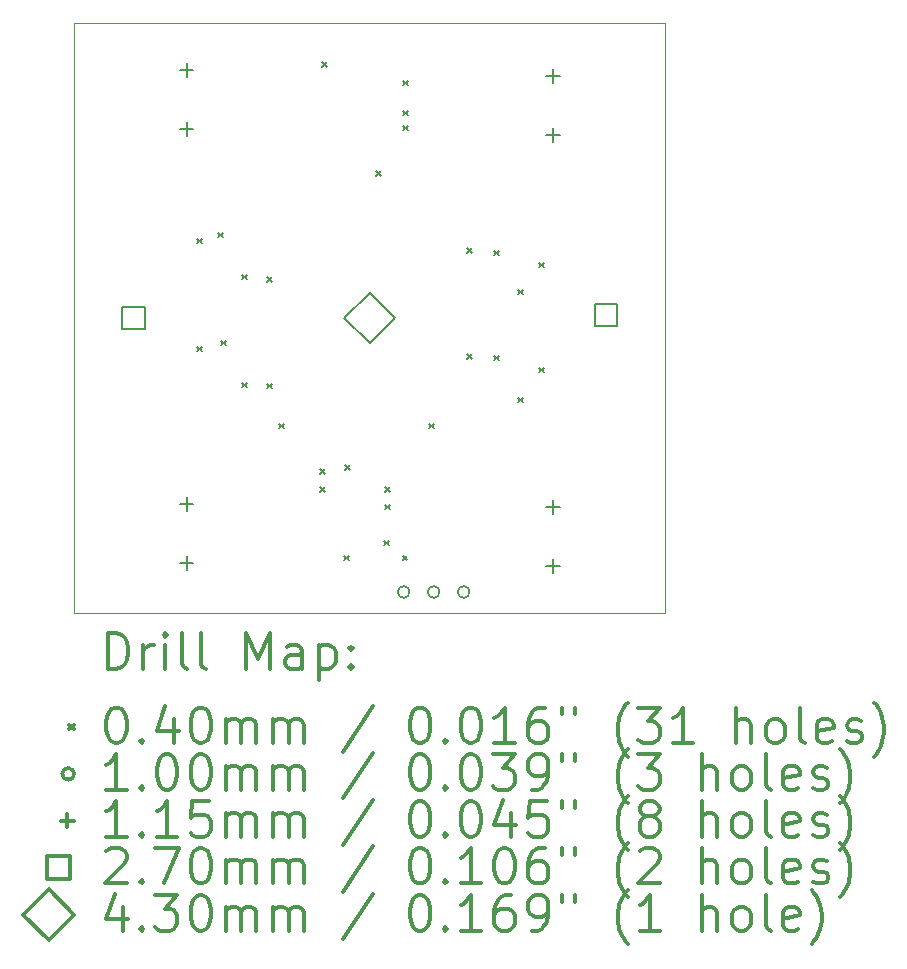
<source format=gbr>
%FSLAX45Y45*%
G04 Gerber Fmt 4.5, Leading zero omitted, Abs format (unit mm)*
G04 Created by KiCad (PCBNEW (5.1.9)-1) date 2021-06-03 13:52:21*
%MOMM*%
%LPD*%
G01*
G04 APERTURE LIST*
%TA.AperFunction,Profile*%
%ADD10C,0.050000*%
%TD*%
%ADD11C,0.200000*%
%ADD12C,0.300000*%
G04 APERTURE END LIST*
D10*
X7500000Y-7500000D02*
X7500000Y-12500000D01*
X12500000Y-7500000D02*
X7500000Y-7500000D01*
X12500000Y-12500000D02*
X12500000Y-7500000D01*
X7500000Y-12500000D02*
X12500000Y-12500000D01*
D11*
X8539800Y-9327000D02*
X8579800Y-9367000D01*
X8579800Y-9327000D02*
X8539800Y-9367000D01*
X8539800Y-10241400D02*
X8579800Y-10281400D01*
X8579800Y-10241400D02*
X8539800Y-10281400D01*
X8717600Y-9276400D02*
X8757600Y-9316400D01*
X8757600Y-9276400D02*
X8717600Y-9316400D01*
X8743000Y-10190800D02*
X8783000Y-10230800D01*
X8783000Y-10190800D02*
X8743000Y-10230800D01*
X8920800Y-9632000D02*
X8960800Y-9672000D01*
X8960800Y-9632000D02*
X8920800Y-9672000D01*
X8920800Y-10546400D02*
X8960800Y-10586400D01*
X8960800Y-10546400D02*
X8920800Y-10586400D01*
X9132500Y-9655000D02*
X9172500Y-9695000D01*
X9172500Y-9655000D02*
X9132500Y-9695000D01*
X9132500Y-10555000D02*
X9172500Y-10595000D01*
X9172500Y-10555000D02*
X9132500Y-10595000D01*
X9234999Y-10892501D02*
X9274999Y-10932501D01*
X9274999Y-10892501D02*
X9234999Y-10932501D01*
X9580000Y-11280000D02*
X9620000Y-11320000D01*
X9620000Y-11280000D02*
X9580000Y-11320000D01*
X9580000Y-11430000D02*
X9620000Y-11470000D01*
X9620000Y-11430000D02*
X9580000Y-11470000D01*
X9596250Y-7830000D02*
X9636250Y-7870000D01*
X9636250Y-7830000D02*
X9596250Y-7870000D01*
X9782500Y-12011000D02*
X9822500Y-12051000D01*
X9822500Y-12011000D02*
X9782500Y-12051000D01*
X9788754Y-11242746D02*
X9828754Y-11282746D01*
X9828754Y-11242746D02*
X9788754Y-11282746D01*
X10052800Y-8757400D02*
X10092800Y-8797400D01*
X10092800Y-8757400D02*
X10052800Y-8797400D01*
X10123200Y-11884000D02*
X10163200Y-11924000D01*
X10163200Y-11884000D02*
X10123200Y-11924000D01*
X10130000Y-11430000D02*
X10170000Y-11470000D01*
X10170000Y-11430000D02*
X10130000Y-11470000D01*
X10130000Y-11580000D02*
X10170000Y-11620000D01*
X10170000Y-11580000D02*
X10130000Y-11620000D01*
X10277500Y-12011000D02*
X10317500Y-12051000D01*
X10317500Y-12011000D02*
X10277500Y-12051000D01*
X10282500Y-7989500D02*
X10322500Y-8029500D01*
X10322500Y-7989500D02*
X10282500Y-8029500D01*
X10282500Y-8243500D02*
X10322500Y-8283500D01*
X10322500Y-8243500D02*
X10282500Y-8283500D01*
X10282500Y-8370500D02*
X10322500Y-8410500D01*
X10322500Y-8370500D02*
X10282500Y-8410500D01*
X10503000Y-10892501D02*
X10543000Y-10932501D01*
X10543000Y-10892501D02*
X10503000Y-10932501D01*
X10827500Y-9405000D02*
X10867500Y-9445000D01*
X10867500Y-9405000D02*
X10827500Y-9445000D01*
X10827500Y-10305000D02*
X10867500Y-10345000D01*
X10867500Y-10305000D02*
X10827500Y-10345000D01*
X11054400Y-9428800D02*
X11094400Y-9468800D01*
X11094400Y-9428800D02*
X11054400Y-9468800D01*
X11054400Y-10317800D02*
X11094400Y-10357800D01*
X11094400Y-10317800D02*
X11054400Y-10357800D01*
X11257600Y-9759000D02*
X11297600Y-9799000D01*
X11297600Y-9759000D02*
X11257600Y-9799000D01*
X11257600Y-10673400D02*
X11297600Y-10713400D01*
X11297600Y-10673400D02*
X11257600Y-10713400D01*
X11435400Y-9530200D02*
X11475400Y-9570200D01*
X11475400Y-9530200D02*
X11435400Y-9570200D01*
X11435400Y-10419200D02*
X11475400Y-10459200D01*
X11475400Y-10419200D02*
X11435400Y-10459200D01*
X10337000Y-12319000D02*
G75*
G03*
X10337000Y-12319000I-50000J0D01*
G01*
X10591000Y-12319000D02*
G75*
G03*
X10591000Y-12319000I-50000J0D01*
G01*
X10845000Y-12319000D02*
G75*
G03*
X10845000Y-12319000I-50000J0D01*
G01*
X8450000Y-7842500D02*
X8450000Y-7957500D01*
X8392500Y-7900000D02*
X8507500Y-7900000D01*
X8450000Y-8342500D02*
X8450000Y-8457500D01*
X8392500Y-8400000D02*
X8507500Y-8400000D01*
X8450000Y-11517500D02*
X8450000Y-11632500D01*
X8392500Y-11575000D02*
X8507500Y-11575000D01*
X8450000Y-12017500D02*
X8450000Y-12132500D01*
X8392500Y-12075000D02*
X8507500Y-12075000D01*
X11550000Y-7892500D02*
X11550000Y-8007500D01*
X11492500Y-7950000D02*
X11607500Y-7950000D01*
X11550000Y-8392500D02*
X11550000Y-8507500D01*
X11492500Y-8450000D02*
X11607500Y-8450000D01*
X11550000Y-11542500D02*
X11550000Y-11657500D01*
X11492500Y-11600000D02*
X11607500Y-11600000D01*
X11550000Y-12042500D02*
X11550000Y-12157500D01*
X11492500Y-12100000D02*
X11607500Y-12100000D01*
X8095460Y-10095460D02*
X8095460Y-9904540D01*
X7904540Y-9904540D01*
X7904540Y-10095460D01*
X8095460Y-10095460D01*
X12095460Y-10070460D02*
X12095460Y-9879540D01*
X11904540Y-9879540D01*
X11904540Y-10070460D01*
X12095460Y-10070460D01*
X10000000Y-10215000D02*
X10215000Y-10000000D01*
X10000000Y-9785000D01*
X9785000Y-10000000D01*
X10000000Y-10215000D01*
D12*
X7783928Y-12968214D02*
X7783928Y-12668214D01*
X7855357Y-12668214D01*
X7898214Y-12682500D01*
X7926786Y-12711071D01*
X7941071Y-12739643D01*
X7955357Y-12796786D01*
X7955357Y-12839643D01*
X7941071Y-12896786D01*
X7926786Y-12925357D01*
X7898214Y-12953929D01*
X7855357Y-12968214D01*
X7783928Y-12968214D01*
X8083928Y-12968214D02*
X8083928Y-12768214D01*
X8083928Y-12825357D02*
X8098214Y-12796786D01*
X8112500Y-12782500D01*
X8141071Y-12768214D01*
X8169643Y-12768214D01*
X8269643Y-12968214D02*
X8269643Y-12768214D01*
X8269643Y-12668214D02*
X8255357Y-12682500D01*
X8269643Y-12696786D01*
X8283928Y-12682500D01*
X8269643Y-12668214D01*
X8269643Y-12696786D01*
X8455357Y-12968214D02*
X8426786Y-12953929D01*
X8412500Y-12925357D01*
X8412500Y-12668214D01*
X8612500Y-12968214D02*
X8583928Y-12953929D01*
X8569643Y-12925357D01*
X8569643Y-12668214D01*
X8955357Y-12968214D02*
X8955357Y-12668214D01*
X9055357Y-12882500D01*
X9155357Y-12668214D01*
X9155357Y-12968214D01*
X9426786Y-12968214D02*
X9426786Y-12811071D01*
X9412500Y-12782500D01*
X9383928Y-12768214D01*
X9326786Y-12768214D01*
X9298214Y-12782500D01*
X9426786Y-12953929D02*
X9398214Y-12968214D01*
X9326786Y-12968214D01*
X9298214Y-12953929D01*
X9283928Y-12925357D01*
X9283928Y-12896786D01*
X9298214Y-12868214D01*
X9326786Y-12853929D01*
X9398214Y-12853929D01*
X9426786Y-12839643D01*
X9569643Y-12768214D02*
X9569643Y-13068214D01*
X9569643Y-12782500D02*
X9598214Y-12768214D01*
X9655357Y-12768214D01*
X9683928Y-12782500D01*
X9698214Y-12796786D01*
X9712500Y-12825357D01*
X9712500Y-12911071D01*
X9698214Y-12939643D01*
X9683928Y-12953929D01*
X9655357Y-12968214D01*
X9598214Y-12968214D01*
X9569643Y-12953929D01*
X9841071Y-12939643D02*
X9855357Y-12953929D01*
X9841071Y-12968214D01*
X9826786Y-12953929D01*
X9841071Y-12939643D01*
X9841071Y-12968214D01*
X9841071Y-12782500D02*
X9855357Y-12796786D01*
X9841071Y-12811071D01*
X9826786Y-12796786D01*
X9841071Y-12782500D01*
X9841071Y-12811071D01*
X7457500Y-13442500D02*
X7497500Y-13482500D01*
X7497500Y-13442500D02*
X7457500Y-13482500D01*
X7841071Y-13298214D02*
X7869643Y-13298214D01*
X7898214Y-13312500D01*
X7912500Y-13326786D01*
X7926786Y-13355357D01*
X7941071Y-13412500D01*
X7941071Y-13483929D01*
X7926786Y-13541071D01*
X7912500Y-13569643D01*
X7898214Y-13583929D01*
X7869643Y-13598214D01*
X7841071Y-13598214D01*
X7812500Y-13583929D01*
X7798214Y-13569643D01*
X7783928Y-13541071D01*
X7769643Y-13483929D01*
X7769643Y-13412500D01*
X7783928Y-13355357D01*
X7798214Y-13326786D01*
X7812500Y-13312500D01*
X7841071Y-13298214D01*
X8069643Y-13569643D02*
X8083928Y-13583929D01*
X8069643Y-13598214D01*
X8055357Y-13583929D01*
X8069643Y-13569643D01*
X8069643Y-13598214D01*
X8341071Y-13398214D02*
X8341071Y-13598214D01*
X8269643Y-13283929D02*
X8198214Y-13498214D01*
X8383928Y-13498214D01*
X8555357Y-13298214D02*
X8583928Y-13298214D01*
X8612500Y-13312500D01*
X8626786Y-13326786D01*
X8641071Y-13355357D01*
X8655357Y-13412500D01*
X8655357Y-13483929D01*
X8641071Y-13541071D01*
X8626786Y-13569643D01*
X8612500Y-13583929D01*
X8583928Y-13598214D01*
X8555357Y-13598214D01*
X8526786Y-13583929D01*
X8512500Y-13569643D01*
X8498214Y-13541071D01*
X8483928Y-13483929D01*
X8483928Y-13412500D01*
X8498214Y-13355357D01*
X8512500Y-13326786D01*
X8526786Y-13312500D01*
X8555357Y-13298214D01*
X8783928Y-13598214D02*
X8783928Y-13398214D01*
X8783928Y-13426786D02*
X8798214Y-13412500D01*
X8826786Y-13398214D01*
X8869643Y-13398214D01*
X8898214Y-13412500D01*
X8912500Y-13441071D01*
X8912500Y-13598214D01*
X8912500Y-13441071D02*
X8926786Y-13412500D01*
X8955357Y-13398214D01*
X8998214Y-13398214D01*
X9026786Y-13412500D01*
X9041071Y-13441071D01*
X9041071Y-13598214D01*
X9183928Y-13598214D02*
X9183928Y-13398214D01*
X9183928Y-13426786D02*
X9198214Y-13412500D01*
X9226786Y-13398214D01*
X9269643Y-13398214D01*
X9298214Y-13412500D01*
X9312500Y-13441071D01*
X9312500Y-13598214D01*
X9312500Y-13441071D02*
X9326786Y-13412500D01*
X9355357Y-13398214D01*
X9398214Y-13398214D01*
X9426786Y-13412500D01*
X9441071Y-13441071D01*
X9441071Y-13598214D01*
X10026786Y-13283929D02*
X9769643Y-13669643D01*
X10412500Y-13298214D02*
X10441071Y-13298214D01*
X10469643Y-13312500D01*
X10483928Y-13326786D01*
X10498214Y-13355357D01*
X10512500Y-13412500D01*
X10512500Y-13483929D01*
X10498214Y-13541071D01*
X10483928Y-13569643D01*
X10469643Y-13583929D01*
X10441071Y-13598214D01*
X10412500Y-13598214D01*
X10383928Y-13583929D01*
X10369643Y-13569643D01*
X10355357Y-13541071D01*
X10341071Y-13483929D01*
X10341071Y-13412500D01*
X10355357Y-13355357D01*
X10369643Y-13326786D01*
X10383928Y-13312500D01*
X10412500Y-13298214D01*
X10641071Y-13569643D02*
X10655357Y-13583929D01*
X10641071Y-13598214D01*
X10626786Y-13583929D01*
X10641071Y-13569643D01*
X10641071Y-13598214D01*
X10841071Y-13298214D02*
X10869643Y-13298214D01*
X10898214Y-13312500D01*
X10912500Y-13326786D01*
X10926786Y-13355357D01*
X10941071Y-13412500D01*
X10941071Y-13483929D01*
X10926786Y-13541071D01*
X10912500Y-13569643D01*
X10898214Y-13583929D01*
X10869643Y-13598214D01*
X10841071Y-13598214D01*
X10812500Y-13583929D01*
X10798214Y-13569643D01*
X10783928Y-13541071D01*
X10769643Y-13483929D01*
X10769643Y-13412500D01*
X10783928Y-13355357D01*
X10798214Y-13326786D01*
X10812500Y-13312500D01*
X10841071Y-13298214D01*
X11226786Y-13598214D02*
X11055357Y-13598214D01*
X11141071Y-13598214D02*
X11141071Y-13298214D01*
X11112500Y-13341071D01*
X11083928Y-13369643D01*
X11055357Y-13383929D01*
X11483928Y-13298214D02*
X11426786Y-13298214D01*
X11398214Y-13312500D01*
X11383928Y-13326786D01*
X11355357Y-13369643D01*
X11341071Y-13426786D01*
X11341071Y-13541071D01*
X11355357Y-13569643D01*
X11369643Y-13583929D01*
X11398214Y-13598214D01*
X11455357Y-13598214D01*
X11483928Y-13583929D01*
X11498214Y-13569643D01*
X11512500Y-13541071D01*
X11512500Y-13469643D01*
X11498214Y-13441071D01*
X11483928Y-13426786D01*
X11455357Y-13412500D01*
X11398214Y-13412500D01*
X11369643Y-13426786D01*
X11355357Y-13441071D01*
X11341071Y-13469643D01*
X11626786Y-13298214D02*
X11626786Y-13355357D01*
X11741071Y-13298214D02*
X11741071Y-13355357D01*
X12183928Y-13712500D02*
X12169643Y-13698214D01*
X12141071Y-13655357D01*
X12126786Y-13626786D01*
X12112500Y-13583929D01*
X12098214Y-13512500D01*
X12098214Y-13455357D01*
X12112500Y-13383929D01*
X12126786Y-13341071D01*
X12141071Y-13312500D01*
X12169643Y-13269643D01*
X12183928Y-13255357D01*
X12269643Y-13298214D02*
X12455357Y-13298214D01*
X12355357Y-13412500D01*
X12398214Y-13412500D01*
X12426786Y-13426786D01*
X12441071Y-13441071D01*
X12455357Y-13469643D01*
X12455357Y-13541071D01*
X12441071Y-13569643D01*
X12426786Y-13583929D01*
X12398214Y-13598214D01*
X12312500Y-13598214D01*
X12283928Y-13583929D01*
X12269643Y-13569643D01*
X12741071Y-13598214D02*
X12569643Y-13598214D01*
X12655357Y-13598214D02*
X12655357Y-13298214D01*
X12626786Y-13341071D01*
X12598214Y-13369643D01*
X12569643Y-13383929D01*
X13098214Y-13598214D02*
X13098214Y-13298214D01*
X13226786Y-13598214D02*
X13226786Y-13441071D01*
X13212500Y-13412500D01*
X13183928Y-13398214D01*
X13141071Y-13398214D01*
X13112500Y-13412500D01*
X13098214Y-13426786D01*
X13412500Y-13598214D02*
X13383928Y-13583929D01*
X13369643Y-13569643D01*
X13355357Y-13541071D01*
X13355357Y-13455357D01*
X13369643Y-13426786D01*
X13383928Y-13412500D01*
X13412500Y-13398214D01*
X13455357Y-13398214D01*
X13483928Y-13412500D01*
X13498214Y-13426786D01*
X13512500Y-13455357D01*
X13512500Y-13541071D01*
X13498214Y-13569643D01*
X13483928Y-13583929D01*
X13455357Y-13598214D01*
X13412500Y-13598214D01*
X13683928Y-13598214D02*
X13655357Y-13583929D01*
X13641071Y-13555357D01*
X13641071Y-13298214D01*
X13912500Y-13583929D02*
X13883928Y-13598214D01*
X13826786Y-13598214D01*
X13798214Y-13583929D01*
X13783928Y-13555357D01*
X13783928Y-13441071D01*
X13798214Y-13412500D01*
X13826786Y-13398214D01*
X13883928Y-13398214D01*
X13912500Y-13412500D01*
X13926786Y-13441071D01*
X13926786Y-13469643D01*
X13783928Y-13498214D01*
X14041071Y-13583929D02*
X14069643Y-13598214D01*
X14126786Y-13598214D01*
X14155357Y-13583929D01*
X14169643Y-13555357D01*
X14169643Y-13541071D01*
X14155357Y-13512500D01*
X14126786Y-13498214D01*
X14083928Y-13498214D01*
X14055357Y-13483929D01*
X14041071Y-13455357D01*
X14041071Y-13441071D01*
X14055357Y-13412500D01*
X14083928Y-13398214D01*
X14126786Y-13398214D01*
X14155357Y-13412500D01*
X14269643Y-13712500D02*
X14283928Y-13698214D01*
X14312500Y-13655357D01*
X14326786Y-13626786D01*
X14341071Y-13583929D01*
X14355357Y-13512500D01*
X14355357Y-13455357D01*
X14341071Y-13383929D01*
X14326786Y-13341071D01*
X14312500Y-13312500D01*
X14283928Y-13269643D01*
X14269643Y-13255357D01*
X7497500Y-13858500D02*
G75*
G03*
X7497500Y-13858500I-50000J0D01*
G01*
X7941071Y-13994214D02*
X7769643Y-13994214D01*
X7855357Y-13994214D02*
X7855357Y-13694214D01*
X7826786Y-13737071D01*
X7798214Y-13765643D01*
X7769643Y-13779929D01*
X8069643Y-13965643D02*
X8083928Y-13979929D01*
X8069643Y-13994214D01*
X8055357Y-13979929D01*
X8069643Y-13965643D01*
X8069643Y-13994214D01*
X8269643Y-13694214D02*
X8298214Y-13694214D01*
X8326786Y-13708500D01*
X8341071Y-13722786D01*
X8355357Y-13751357D01*
X8369643Y-13808500D01*
X8369643Y-13879929D01*
X8355357Y-13937071D01*
X8341071Y-13965643D01*
X8326786Y-13979929D01*
X8298214Y-13994214D01*
X8269643Y-13994214D01*
X8241071Y-13979929D01*
X8226786Y-13965643D01*
X8212500Y-13937071D01*
X8198214Y-13879929D01*
X8198214Y-13808500D01*
X8212500Y-13751357D01*
X8226786Y-13722786D01*
X8241071Y-13708500D01*
X8269643Y-13694214D01*
X8555357Y-13694214D02*
X8583928Y-13694214D01*
X8612500Y-13708500D01*
X8626786Y-13722786D01*
X8641071Y-13751357D01*
X8655357Y-13808500D01*
X8655357Y-13879929D01*
X8641071Y-13937071D01*
X8626786Y-13965643D01*
X8612500Y-13979929D01*
X8583928Y-13994214D01*
X8555357Y-13994214D01*
X8526786Y-13979929D01*
X8512500Y-13965643D01*
X8498214Y-13937071D01*
X8483928Y-13879929D01*
X8483928Y-13808500D01*
X8498214Y-13751357D01*
X8512500Y-13722786D01*
X8526786Y-13708500D01*
X8555357Y-13694214D01*
X8783928Y-13994214D02*
X8783928Y-13794214D01*
X8783928Y-13822786D02*
X8798214Y-13808500D01*
X8826786Y-13794214D01*
X8869643Y-13794214D01*
X8898214Y-13808500D01*
X8912500Y-13837071D01*
X8912500Y-13994214D01*
X8912500Y-13837071D02*
X8926786Y-13808500D01*
X8955357Y-13794214D01*
X8998214Y-13794214D01*
X9026786Y-13808500D01*
X9041071Y-13837071D01*
X9041071Y-13994214D01*
X9183928Y-13994214D02*
X9183928Y-13794214D01*
X9183928Y-13822786D02*
X9198214Y-13808500D01*
X9226786Y-13794214D01*
X9269643Y-13794214D01*
X9298214Y-13808500D01*
X9312500Y-13837071D01*
X9312500Y-13994214D01*
X9312500Y-13837071D02*
X9326786Y-13808500D01*
X9355357Y-13794214D01*
X9398214Y-13794214D01*
X9426786Y-13808500D01*
X9441071Y-13837071D01*
X9441071Y-13994214D01*
X10026786Y-13679929D02*
X9769643Y-14065643D01*
X10412500Y-13694214D02*
X10441071Y-13694214D01*
X10469643Y-13708500D01*
X10483928Y-13722786D01*
X10498214Y-13751357D01*
X10512500Y-13808500D01*
X10512500Y-13879929D01*
X10498214Y-13937071D01*
X10483928Y-13965643D01*
X10469643Y-13979929D01*
X10441071Y-13994214D01*
X10412500Y-13994214D01*
X10383928Y-13979929D01*
X10369643Y-13965643D01*
X10355357Y-13937071D01*
X10341071Y-13879929D01*
X10341071Y-13808500D01*
X10355357Y-13751357D01*
X10369643Y-13722786D01*
X10383928Y-13708500D01*
X10412500Y-13694214D01*
X10641071Y-13965643D02*
X10655357Y-13979929D01*
X10641071Y-13994214D01*
X10626786Y-13979929D01*
X10641071Y-13965643D01*
X10641071Y-13994214D01*
X10841071Y-13694214D02*
X10869643Y-13694214D01*
X10898214Y-13708500D01*
X10912500Y-13722786D01*
X10926786Y-13751357D01*
X10941071Y-13808500D01*
X10941071Y-13879929D01*
X10926786Y-13937071D01*
X10912500Y-13965643D01*
X10898214Y-13979929D01*
X10869643Y-13994214D01*
X10841071Y-13994214D01*
X10812500Y-13979929D01*
X10798214Y-13965643D01*
X10783928Y-13937071D01*
X10769643Y-13879929D01*
X10769643Y-13808500D01*
X10783928Y-13751357D01*
X10798214Y-13722786D01*
X10812500Y-13708500D01*
X10841071Y-13694214D01*
X11041071Y-13694214D02*
X11226786Y-13694214D01*
X11126786Y-13808500D01*
X11169643Y-13808500D01*
X11198214Y-13822786D01*
X11212500Y-13837071D01*
X11226786Y-13865643D01*
X11226786Y-13937071D01*
X11212500Y-13965643D01*
X11198214Y-13979929D01*
X11169643Y-13994214D01*
X11083928Y-13994214D01*
X11055357Y-13979929D01*
X11041071Y-13965643D01*
X11369643Y-13994214D02*
X11426786Y-13994214D01*
X11455357Y-13979929D01*
X11469643Y-13965643D01*
X11498214Y-13922786D01*
X11512500Y-13865643D01*
X11512500Y-13751357D01*
X11498214Y-13722786D01*
X11483928Y-13708500D01*
X11455357Y-13694214D01*
X11398214Y-13694214D01*
X11369643Y-13708500D01*
X11355357Y-13722786D01*
X11341071Y-13751357D01*
X11341071Y-13822786D01*
X11355357Y-13851357D01*
X11369643Y-13865643D01*
X11398214Y-13879929D01*
X11455357Y-13879929D01*
X11483928Y-13865643D01*
X11498214Y-13851357D01*
X11512500Y-13822786D01*
X11626786Y-13694214D02*
X11626786Y-13751357D01*
X11741071Y-13694214D02*
X11741071Y-13751357D01*
X12183928Y-14108500D02*
X12169643Y-14094214D01*
X12141071Y-14051357D01*
X12126786Y-14022786D01*
X12112500Y-13979929D01*
X12098214Y-13908500D01*
X12098214Y-13851357D01*
X12112500Y-13779929D01*
X12126786Y-13737071D01*
X12141071Y-13708500D01*
X12169643Y-13665643D01*
X12183928Y-13651357D01*
X12269643Y-13694214D02*
X12455357Y-13694214D01*
X12355357Y-13808500D01*
X12398214Y-13808500D01*
X12426786Y-13822786D01*
X12441071Y-13837071D01*
X12455357Y-13865643D01*
X12455357Y-13937071D01*
X12441071Y-13965643D01*
X12426786Y-13979929D01*
X12398214Y-13994214D01*
X12312500Y-13994214D01*
X12283928Y-13979929D01*
X12269643Y-13965643D01*
X12812500Y-13994214D02*
X12812500Y-13694214D01*
X12941071Y-13994214D02*
X12941071Y-13837071D01*
X12926786Y-13808500D01*
X12898214Y-13794214D01*
X12855357Y-13794214D01*
X12826786Y-13808500D01*
X12812500Y-13822786D01*
X13126786Y-13994214D02*
X13098214Y-13979929D01*
X13083928Y-13965643D01*
X13069643Y-13937071D01*
X13069643Y-13851357D01*
X13083928Y-13822786D01*
X13098214Y-13808500D01*
X13126786Y-13794214D01*
X13169643Y-13794214D01*
X13198214Y-13808500D01*
X13212500Y-13822786D01*
X13226786Y-13851357D01*
X13226786Y-13937071D01*
X13212500Y-13965643D01*
X13198214Y-13979929D01*
X13169643Y-13994214D01*
X13126786Y-13994214D01*
X13398214Y-13994214D02*
X13369643Y-13979929D01*
X13355357Y-13951357D01*
X13355357Y-13694214D01*
X13626786Y-13979929D02*
X13598214Y-13994214D01*
X13541071Y-13994214D01*
X13512500Y-13979929D01*
X13498214Y-13951357D01*
X13498214Y-13837071D01*
X13512500Y-13808500D01*
X13541071Y-13794214D01*
X13598214Y-13794214D01*
X13626786Y-13808500D01*
X13641071Y-13837071D01*
X13641071Y-13865643D01*
X13498214Y-13894214D01*
X13755357Y-13979929D02*
X13783928Y-13994214D01*
X13841071Y-13994214D01*
X13869643Y-13979929D01*
X13883928Y-13951357D01*
X13883928Y-13937071D01*
X13869643Y-13908500D01*
X13841071Y-13894214D01*
X13798214Y-13894214D01*
X13769643Y-13879929D01*
X13755357Y-13851357D01*
X13755357Y-13837071D01*
X13769643Y-13808500D01*
X13798214Y-13794214D01*
X13841071Y-13794214D01*
X13869643Y-13808500D01*
X13983928Y-14108500D02*
X13998214Y-14094214D01*
X14026786Y-14051357D01*
X14041071Y-14022786D01*
X14055357Y-13979929D01*
X14069643Y-13908500D01*
X14069643Y-13851357D01*
X14055357Y-13779929D01*
X14041071Y-13737071D01*
X14026786Y-13708500D01*
X13998214Y-13665643D01*
X13983928Y-13651357D01*
X7440000Y-14197000D02*
X7440000Y-14312000D01*
X7382500Y-14254500D02*
X7497500Y-14254500D01*
X7941071Y-14390214D02*
X7769643Y-14390214D01*
X7855357Y-14390214D02*
X7855357Y-14090214D01*
X7826786Y-14133071D01*
X7798214Y-14161643D01*
X7769643Y-14175929D01*
X8069643Y-14361643D02*
X8083928Y-14375929D01*
X8069643Y-14390214D01*
X8055357Y-14375929D01*
X8069643Y-14361643D01*
X8069643Y-14390214D01*
X8369643Y-14390214D02*
X8198214Y-14390214D01*
X8283928Y-14390214D02*
X8283928Y-14090214D01*
X8255357Y-14133071D01*
X8226786Y-14161643D01*
X8198214Y-14175929D01*
X8641071Y-14090214D02*
X8498214Y-14090214D01*
X8483928Y-14233071D01*
X8498214Y-14218786D01*
X8526786Y-14204500D01*
X8598214Y-14204500D01*
X8626786Y-14218786D01*
X8641071Y-14233071D01*
X8655357Y-14261643D01*
X8655357Y-14333071D01*
X8641071Y-14361643D01*
X8626786Y-14375929D01*
X8598214Y-14390214D01*
X8526786Y-14390214D01*
X8498214Y-14375929D01*
X8483928Y-14361643D01*
X8783928Y-14390214D02*
X8783928Y-14190214D01*
X8783928Y-14218786D02*
X8798214Y-14204500D01*
X8826786Y-14190214D01*
X8869643Y-14190214D01*
X8898214Y-14204500D01*
X8912500Y-14233071D01*
X8912500Y-14390214D01*
X8912500Y-14233071D02*
X8926786Y-14204500D01*
X8955357Y-14190214D01*
X8998214Y-14190214D01*
X9026786Y-14204500D01*
X9041071Y-14233071D01*
X9041071Y-14390214D01*
X9183928Y-14390214D02*
X9183928Y-14190214D01*
X9183928Y-14218786D02*
X9198214Y-14204500D01*
X9226786Y-14190214D01*
X9269643Y-14190214D01*
X9298214Y-14204500D01*
X9312500Y-14233071D01*
X9312500Y-14390214D01*
X9312500Y-14233071D02*
X9326786Y-14204500D01*
X9355357Y-14190214D01*
X9398214Y-14190214D01*
X9426786Y-14204500D01*
X9441071Y-14233071D01*
X9441071Y-14390214D01*
X10026786Y-14075929D02*
X9769643Y-14461643D01*
X10412500Y-14090214D02*
X10441071Y-14090214D01*
X10469643Y-14104500D01*
X10483928Y-14118786D01*
X10498214Y-14147357D01*
X10512500Y-14204500D01*
X10512500Y-14275929D01*
X10498214Y-14333071D01*
X10483928Y-14361643D01*
X10469643Y-14375929D01*
X10441071Y-14390214D01*
X10412500Y-14390214D01*
X10383928Y-14375929D01*
X10369643Y-14361643D01*
X10355357Y-14333071D01*
X10341071Y-14275929D01*
X10341071Y-14204500D01*
X10355357Y-14147357D01*
X10369643Y-14118786D01*
X10383928Y-14104500D01*
X10412500Y-14090214D01*
X10641071Y-14361643D02*
X10655357Y-14375929D01*
X10641071Y-14390214D01*
X10626786Y-14375929D01*
X10641071Y-14361643D01*
X10641071Y-14390214D01*
X10841071Y-14090214D02*
X10869643Y-14090214D01*
X10898214Y-14104500D01*
X10912500Y-14118786D01*
X10926786Y-14147357D01*
X10941071Y-14204500D01*
X10941071Y-14275929D01*
X10926786Y-14333071D01*
X10912500Y-14361643D01*
X10898214Y-14375929D01*
X10869643Y-14390214D01*
X10841071Y-14390214D01*
X10812500Y-14375929D01*
X10798214Y-14361643D01*
X10783928Y-14333071D01*
X10769643Y-14275929D01*
X10769643Y-14204500D01*
X10783928Y-14147357D01*
X10798214Y-14118786D01*
X10812500Y-14104500D01*
X10841071Y-14090214D01*
X11198214Y-14190214D02*
X11198214Y-14390214D01*
X11126786Y-14075929D02*
X11055357Y-14290214D01*
X11241071Y-14290214D01*
X11498214Y-14090214D02*
X11355357Y-14090214D01*
X11341071Y-14233071D01*
X11355357Y-14218786D01*
X11383928Y-14204500D01*
X11455357Y-14204500D01*
X11483928Y-14218786D01*
X11498214Y-14233071D01*
X11512500Y-14261643D01*
X11512500Y-14333071D01*
X11498214Y-14361643D01*
X11483928Y-14375929D01*
X11455357Y-14390214D01*
X11383928Y-14390214D01*
X11355357Y-14375929D01*
X11341071Y-14361643D01*
X11626786Y-14090214D02*
X11626786Y-14147357D01*
X11741071Y-14090214D02*
X11741071Y-14147357D01*
X12183928Y-14504500D02*
X12169643Y-14490214D01*
X12141071Y-14447357D01*
X12126786Y-14418786D01*
X12112500Y-14375929D01*
X12098214Y-14304500D01*
X12098214Y-14247357D01*
X12112500Y-14175929D01*
X12126786Y-14133071D01*
X12141071Y-14104500D01*
X12169643Y-14061643D01*
X12183928Y-14047357D01*
X12341071Y-14218786D02*
X12312500Y-14204500D01*
X12298214Y-14190214D01*
X12283928Y-14161643D01*
X12283928Y-14147357D01*
X12298214Y-14118786D01*
X12312500Y-14104500D01*
X12341071Y-14090214D01*
X12398214Y-14090214D01*
X12426786Y-14104500D01*
X12441071Y-14118786D01*
X12455357Y-14147357D01*
X12455357Y-14161643D01*
X12441071Y-14190214D01*
X12426786Y-14204500D01*
X12398214Y-14218786D01*
X12341071Y-14218786D01*
X12312500Y-14233071D01*
X12298214Y-14247357D01*
X12283928Y-14275929D01*
X12283928Y-14333071D01*
X12298214Y-14361643D01*
X12312500Y-14375929D01*
X12341071Y-14390214D01*
X12398214Y-14390214D01*
X12426786Y-14375929D01*
X12441071Y-14361643D01*
X12455357Y-14333071D01*
X12455357Y-14275929D01*
X12441071Y-14247357D01*
X12426786Y-14233071D01*
X12398214Y-14218786D01*
X12812500Y-14390214D02*
X12812500Y-14090214D01*
X12941071Y-14390214D02*
X12941071Y-14233071D01*
X12926786Y-14204500D01*
X12898214Y-14190214D01*
X12855357Y-14190214D01*
X12826786Y-14204500D01*
X12812500Y-14218786D01*
X13126786Y-14390214D02*
X13098214Y-14375929D01*
X13083928Y-14361643D01*
X13069643Y-14333071D01*
X13069643Y-14247357D01*
X13083928Y-14218786D01*
X13098214Y-14204500D01*
X13126786Y-14190214D01*
X13169643Y-14190214D01*
X13198214Y-14204500D01*
X13212500Y-14218786D01*
X13226786Y-14247357D01*
X13226786Y-14333071D01*
X13212500Y-14361643D01*
X13198214Y-14375929D01*
X13169643Y-14390214D01*
X13126786Y-14390214D01*
X13398214Y-14390214D02*
X13369643Y-14375929D01*
X13355357Y-14347357D01*
X13355357Y-14090214D01*
X13626786Y-14375929D02*
X13598214Y-14390214D01*
X13541071Y-14390214D01*
X13512500Y-14375929D01*
X13498214Y-14347357D01*
X13498214Y-14233071D01*
X13512500Y-14204500D01*
X13541071Y-14190214D01*
X13598214Y-14190214D01*
X13626786Y-14204500D01*
X13641071Y-14233071D01*
X13641071Y-14261643D01*
X13498214Y-14290214D01*
X13755357Y-14375929D02*
X13783928Y-14390214D01*
X13841071Y-14390214D01*
X13869643Y-14375929D01*
X13883928Y-14347357D01*
X13883928Y-14333071D01*
X13869643Y-14304500D01*
X13841071Y-14290214D01*
X13798214Y-14290214D01*
X13769643Y-14275929D01*
X13755357Y-14247357D01*
X13755357Y-14233071D01*
X13769643Y-14204500D01*
X13798214Y-14190214D01*
X13841071Y-14190214D01*
X13869643Y-14204500D01*
X13983928Y-14504500D02*
X13998214Y-14490214D01*
X14026786Y-14447357D01*
X14041071Y-14418786D01*
X14055357Y-14375929D01*
X14069643Y-14304500D01*
X14069643Y-14247357D01*
X14055357Y-14175929D01*
X14041071Y-14133071D01*
X14026786Y-14104500D01*
X13998214Y-14061643D01*
X13983928Y-14047357D01*
X7457960Y-14745960D02*
X7457960Y-14555040D01*
X7267040Y-14555040D01*
X7267040Y-14745960D01*
X7457960Y-14745960D01*
X7769643Y-14514786D02*
X7783928Y-14500500D01*
X7812500Y-14486214D01*
X7883928Y-14486214D01*
X7912500Y-14500500D01*
X7926786Y-14514786D01*
X7941071Y-14543357D01*
X7941071Y-14571929D01*
X7926786Y-14614786D01*
X7755357Y-14786214D01*
X7941071Y-14786214D01*
X8069643Y-14757643D02*
X8083928Y-14771929D01*
X8069643Y-14786214D01*
X8055357Y-14771929D01*
X8069643Y-14757643D01*
X8069643Y-14786214D01*
X8183928Y-14486214D02*
X8383928Y-14486214D01*
X8255357Y-14786214D01*
X8555357Y-14486214D02*
X8583928Y-14486214D01*
X8612500Y-14500500D01*
X8626786Y-14514786D01*
X8641071Y-14543357D01*
X8655357Y-14600500D01*
X8655357Y-14671929D01*
X8641071Y-14729071D01*
X8626786Y-14757643D01*
X8612500Y-14771929D01*
X8583928Y-14786214D01*
X8555357Y-14786214D01*
X8526786Y-14771929D01*
X8512500Y-14757643D01*
X8498214Y-14729071D01*
X8483928Y-14671929D01*
X8483928Y-14600500D01*
X8498214Y-14543357D01*
X8512500Y-14514786D01*
X8526786Y-14500500D01*
X8555357Y-14486214D01*
X8783928Y-14786214D02*
X8783928Y-14586214D01*
X8783928Y-14614786D02*
X8798214Y-14600500D01*
X8826786Y-14586214D01*
X8869643Y-14586214D01*
X8898214Y-14600500D01*
X8912500Y-14629071D01*
X8912500Y-14786214D01*
X8912500Y-14629071D02*
X8926786Y-14600500D01*
X8955357Y-14586214D01*
X8998214Y-14586214D01*
X9026786Y-14600500D01*
X9041071Y-14629071D01*
X9041071Y-14786214D01*
X9183928Y-14786214D02*
X9183928Y-14586214D01*
X9183928Y-14614786D02*
X9198214Y-14600500D01*
X9226786Y-14586214D01*
X9269643Y-14586214D01*
X9298214Y-14600500D01*
X9312500Y-14629071D01*
X9312500Y-14786214D01*
X9312500Y-14629071D02*
X9326786Y-14600500D01*
X9355357Y-14586214D01*
X9398214Y-14586214D01*
X9426786Y-14600500D01*
X9441071Y-14629071D01*
X9441071Y-14786214D01*
X10026786Y-14471929D02*
X9769643Y-14857643D01*
X10412500Y-14486214D02*
X10441071Y-14486214D01*
X10469643Y-14500500D01*
X10483928Y-14514786D01*
X10498214Y-14543357D01*
X10512500Y-14600500D01*
X10512500Y-14671929D01*
X10498214Y-14729071D01*
X10483928Y-14757643D01*
X10469643Y-14771929D01*
X10441071Y-14786214D01*
X10412500Y-14786214D01*
X10383928Y-14771929D01*
X10369643Y-14757643D01*
X10355357Y-14729071D01*
X10341071Y-14671929D01*
X10341071Y-14600500D01*
X10355357Y-14543357D01*
X10369643Y-14514786D01*
X10383928Y-14500500D01*
X10412500Y-14486214D01*
X10641071Y-14757643D02*
X10655357Y-14771929D01*
X10641071Y-14786214D01*
X10626786Y-14771929D01*
X10641071Y-14757643D01*
X10641071Y-14786214D01*
X10941071Y-14786214D02*
X10769643Y-14786214D01*
X10855357Y-14786214D02*
X10855357Y-14486214D01*
X10826786Y-14529071D01*
X10798214Y-14557643D01*
X10769643Y-14571929D01*
X11126786Y-14486214D02*
X11155357Y-14486214D01*
X11183928Y-14500500D01*
X11198214Y-14514786D01*
X11212500Y-14543357D01*
X11226786Y-14600500D01*
X11226786Y-14671929D01*
X11212500Y-14729071D01*
X11198214Y-14757643D01*
X11183928Y-14771929D01*
X11155357Y-14786214D01*
X11126786Y-14786214D01*
X11098214Y-14771929D01*
X11083928Y-14757643D01*
X11069643Y-14729071D01*
X11055357Y-14671929D01*
X11055357Y-14600500D01*
X11069643Y-14543357D01*
X11083928Y-14514786D01*
X11098214Y-14500500D01*
X11126786Y-14486214D01*
X11483928Y-14486214D02*
X11426786Y-14486214D01*
X11398214Y-14500500D01*
X11383928Y-14514786D01*
X11355357Y-14557643D01*
X11341071Y-14614786D01*
X11341071Y-14729071D01*
X11355357Y-14757643D01*
X11369643Y-14771929D01*
X11398214Y-14786214D01*
X11455357Y-14786214D01*
X11483928Y-14771929D01*
X11498214Y-14757643D01*
X11512500Y-14729071D01*
X11512500Y-14657643D01*
X11498214Y-14629071D01*
X11483928Y-14614786D01*
X11455357Y-14600500D01*
X11398214Y-14600500D01*
X11369643Y-14614786D01*
X11355357Y-14629071D01*
X11341071Y-14657643D01*
X11626786Y-14486214D02*
X11626786Y-14543357D01*
X11741071Y-14486214D02*
X11741071Y-14543357D01*
X12183928Y-14900500D02*
X12169643Y-14886214D01*
X12141071Y-14843357D01*
X12126786Y-14814786D01*
X12112500Y-14771929D01*
X12098214Y-14700500D01*
X12098214Y-14643357D01*
X12112500Y-14571929D01*
X12126786Y-14529071D01*
X12141071Y-14500500D01*
X12169643Y-14457643D01*
X12183928Y-14443357D01*
X12283928Y-14514786D02*
X12298214Y-14500500D01*
X12326786Y-14486214D01*
X12398214Y-14486214D01*
X12426786Y-14500500D01*
X12441071Y-14514786D01*
X12455357Y-14543357D01*
X12455357Y-14571929D01*
X12441071Y-14614786D01*
X12269643Y-14786214D01*
X12455357Y-14786214D01*
X12812500Y-14786214D02*
X12812500Y-14486214D01*
X12941071Y-14786214D02*
X12941071Y-14629071D01*
X12926786Y-14600500D01*
X12898214Y-14586214D01*
X12855357Y-14586214D01*
X12826786Y-14600500D01*
X12812500Y-14614786D01*
X13126786Y-14786214D02*
X13098214Y-14771929D01*
X13083928Y-14757643D01*
X13069643Y-14729071D01*
X13069643Y-14643357D01*
X13083928Y-14614786D01*
X13098214Y-14600500D01*
X13126786Y-14586214D01*
X13169643Y-14586214D01*
X13198214Y-14600500D01*
X13212500Y-14614786D01*
X13226786Y-14643357D01*
X13226786Y-14729071D01*
X13212500Y-14757643D01*
X13198214Y-14771929D01*
X13169643Y-14786214D01*
X13126786Y-14786214D01*
X13398214Y-14786214D02*
X13369643Y-14771929D01*
X13355357Y-14743357D01*
X13355357Y-14486214D01*
X13626786Y-14771929D02*
X13598214Y-14786214D01*
X13541071Y-14786214D01*
X13512500Y-14771929D01*
X13498214Y-14743357D01*
X13498214Y-14629071D01*
X13512500Y-14600500D01*
X13541071Y-14586214D01*
X13598214Y-14586214D01*
X13626786Y-14600500D01*
X13641071Y-14629071D01*
X13641071Y-14657643D01*
X13498214Y-14686214D01*
X13755357Y-14771929D02*
X13783928Y-14786214D01*
X13841071Y-14786214D01*
X13869643Y-14771929D01*
X13883928Y-14743357D01*
X13883928Y-14729071D01*
X13869643Y-14700500D01*
X13841071Y-14686214D01*
X13798214Y-14686214D01*
X13769643Y-14671929D01*
X13755357Y-14643357D01*
X13755357Y-14629071D01*
X13769643Y-14600500D01*
X13798214Y-14586214D01*
X13841071Y-14586214D01*
X13869643Y-14600500D01*
X13983928Y-14900500D02*
X13998214Y-14886214D01*
X14026786Y-14843357D01*
X14041071Y-14814786D01*
X14055357Y-14771929D01*
X14069643Y-14700500D01*
X14069643Y-14643357D01*
X14055357Y-14571929D01*
X14041071Y-14529071D01*
X14026786Y-14500500D01*
X13998214Y-14457643D01*
X13983928Y-14443357D01*
X7282500Y-15265500D02*
X7497500Y-15050500D01*
X7282500Y-14835500D01*
X7067500Y-15050500D01*
X7282500Y-15265500D01*
X7912500Y-14986214D02*
X7912500Y-15186214D01*
X7841071Y-14871929D02*
X7769643Y-15086214D01*
X7955357Y-15086214D01*
X8069643Y-15157643D02*
X8083928Y-15171929D01*
X8069643Y-15186214D01*
X8055357Y-15171929D01*
X8069643Y-15157643D01*
X8069643Y-15186214D01*
X8183928Y-14886214D02*
X8369643Y-14886214D01*
X8269643Y-15000500D01*
X8312500Y-15000500D01*
X8341071Y-15014786D01*
X8355357Y-15029071D01*
X8369643Y-15057643D01*
X8369643Y-15129071D01*
X8355357Y-15157643D01*
X8341071Y-15171929D01*
X8312500Y-15186214D01*
X8226786Y-15186214D01*
X8198214Y-15171929D01*
X8183928Y-15157643D01*
X8555357Y-14886214D02*
X8583928Y-14886214D01*
X8612500Y-14900500D01*
X8626786Y-14914786D01*
X8641071Y-14943357D01*
X8655357Y-15000500D01*
X8655357Y-15071929D01*
X8641071Y-15129071D01*
X8626786Y-15157643D01*
X8612500Y-15171929D01*
X8583928Y-15186214D01*
X8555357Y-15186214D01*
X8526786Y-15171929D01*
X8512500Y-15157643D01*
X8498214Y-15129071D01*
X8483928Y-15071929D01*
X8483928Y-15000500D01*
X8498214Y-14943357D01*
X8512500Y-14914786D01*
X8526786Y-14900500D01*
X8555357Y-14886214D01*
X8783928Y-15186214D02*
X8783928Y-14986214D01*
X8783928Y-15014786D02*
X8798214Y-15000500D01*
X8826786Y-14986214D01*
X8869643Y-14986214D01*
X8898214Y-15000500D01*
X8912500Y-15029071D01*
X8912500Y-15186214D01*
X8912500Y-15029071D02*
X8926786Y-15000500D01*
X8955357Y-14986214D01*
X8998214Y-14986214D01*
X9026786Y-15000500D01*
X9041071Y-15029071D01*
X9041071Y-15186214D01*
X9183928Y-15186214D02*
X9183928Y-14986214D01*
X9183928Y-15014786D02*
X9198214Y-15000500D01*
X9226786Y-14986214D01*
X9269643Y-14986214D01*
X9298214Y-15000500D01*
X9312500Y-15029071D01*
X9312500Y-15186214D01*
X9312500Y-15029071D02*
X9326786Y-15000500D01*
X9355357Y-14986214D01*
X9398214Y-14986214D01*
X9426786Y-15000500D01*
X9441071Y-15029071D01*
X9441071Y-15186214D01*
X10026786Y-14871929D02*
X9769643Y-15257643D01*
X10412500Y-14886214D02*
X10441071Y-14886214D01*
X10469643Y-14900500D01*
X10483928Y-14914786D01*
X10498214Y-14943357D01*
X10512500Y-15000500D01*
X10512500Y-15071929D01*
X10498214Y-15129071D01*
X10483928Y-15157643D01*
X10469643Y-15171929D01*
X10441071Y-15186214D01*
X10412500Y-15186214D01*
X10383928Y-15171929D01*
X10369643Y-15157643D01*
X10355357Y-15129071D01*
X10341071Y-15071929D01*
X10341071Y-15000500D01*
X10355357Y-14943357D01*
X10369643Y-14914786D01*
X10383928Y-14900500D01*
X10412500Y-14886214D01*
X10641071Y-15157643D02*
X10655357Y-15171929D01*
X10641071Y-15186214D01*
X10626786Y-15171929D01*
X10641071Y-15157643D01*
X10641071Y-15186214D01*
X10941071Y-15186214D02*
X10769643Y-15186214D01*
X10855357Y-15186214D02*
X10855357Y-14886214D01*
X10826786Y-14929071D01*
X10798214Y-14957643D01*
X10769643Y-14971929D01*
X11198214Y-14886214D02*
X11141071Y-14886214D01*
X11112500Y-14900500D01*
X11098214Y-14914786D01*
X11069643Y-14957643D01*
X11055357Y-15014786D01*
X11055357Y-15129071D01*
X11069643Y-15157643D01*
X11083928Y-15171929D01*
X11112500Y-15186214D01*
X11169643Y-15186214D01*
X11198214Y-15171929D01*
X11212500Y-15157643D01*
X11226786Y-15129071D01*
X11226786Y-15057643D01*
X11212500Y-15029071D01*
X11198214Y-15014786D01*
X11169643Y-15000500D01*
X11112500Y-15000500D01*
X11083928Y-15014786D01*
X11069643Y-15029071D01*
X11055357Y-15057643D01*
X11369643Y-15186214D02*
X11426786Y-15186214D01*
X11455357Y-15171929D01*
X11469643Y-15157643D01*
X11498214Y-15114786D01*
X11512500Y-15057643D01*
X11512500Y-14943357D01*
X11498214Y-14914786D01*
X11483928Y-14900500D01*
X11455357Y-14886214D01*
X11398214Y-14886214D01*
X11369643Y-14900500D01*
X11355357Y-14914786D01*
X11341071Y-14943357D01*
X11341071Y-15014786D01*
X11355357Y-15043357D01*
X11369643Y-15057643D01*
X11398214Y-15071929D01*
X11455357Y-15071929D01*
X11483928Y-15057643D01*
X11498214Y-15043357D01*
X11512500Y-15014786D01*
X11626786Y-14886214D02*
X11626786Y-14943357D01*
X11741071Y-14886214D02*
X11741071Y-14943357D01*
X12183928Y-15300500D02*
X12169643Y-15286214D01*
X12141071Y-15243357D01*
X12126786Y-15214786D01*
X12112500Y-15171929D01*
X12098214Y-15100500D01*
X12098214Y-15043357D01*
X12112500Y-14971929D01*
X12126786Y-14929071D01*
X12141071Y-14900500D01*
X12169643Y-14857643D01*
X12183928Y-14843357D01*
X12455357Y-15186214D02*
X12283928Y-15186214D01*
X12369643Y-15186214D02*
X12369643Y-14886214D01*
X12341071Y-14929071D01*
X12312500Y-14957643D01*
X12283928Y-14971929D01*
X12812500Y-15186214D02*
X12812500Y-14886214D01*
X12941071Y-15186214D02*
X12941071Y-15029071D01*
X12926786Y-15000500D01*
X12898214Y-14986214D01*
X12855357Y-14986214D01*
X12826786Y-15000500D01*
X12812500Y-15014786D01*
X13126786Y-15186214D02*
X13098214Y-15171929D01*
X13083928Y-15157643D01*
X13069643Y-15129071D01*
X13069643Y-15043357D01*
X13083928Y-15014786D01*
X13098214Y-15000500D01*
X13126786Y-14986214D01*
X13169643Y-14986214D01*
X13198214Y-15000500D01*
X13212500Y-15014786D01*
X13226786Y-15043357D01*
X13226786Y-15129071D01*
X13212500Y-15157643D01*
X13198214Y-15171929D01*
X13169643Y-15186214D01*
X13126786Y-15186214D01*
X13398214Y-15186214D02*
X13369643Y-15171929D01*
X13355357Y-15143357D01*
X13355357Y-14886214D01*
X13626786Y-15171929D02*
X13598214Y-15186214D01*
X13541071Y-15186214D01*
X13512500Y-15171929D01*
X13498214Y-15143357D01*
X13498214Y-15029071D01*
X13512500Y-15000500D01*
X13541071Y-14986214D01*
X13598214Y-14986214D01*
X13626786Y-15000500D01*
X13641071Y-15029071D01*
X13641071Y-15057643D01*
X13498214Y-15086214D01*
X13741071Y-15300500D02*
X13755357Y-15286214D01*
X13783928Y-15243357D01*
X13798214Y-15214786D01*
X13812500Y-15171929D01*
X13826786Y-15100500D01*
X13826786Y-15043357D01*
X13812500Y-14971929D01*
X13798214Y-14929071D01*
X13783928Y-14900500D01*
X13755357Y-14857643D01*
X13741071Y-14843357D01*
M02*

</source>
